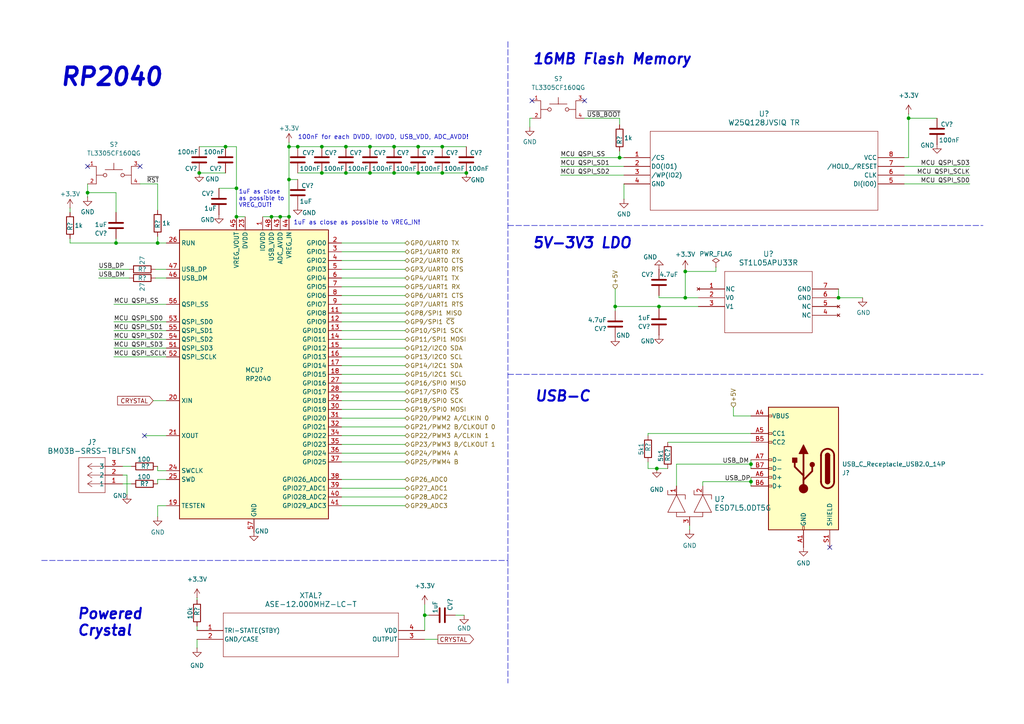
<source format=kicad_sch>
(kicad_sch (version 20231120) (generator "eeschema") (generator_version "8.0")
  (paper "A4")
  (lib_symbols
    (symbol "16MB Flash Memory:W25Q128JVSIQ_TR" (pin_names (offset 0.254))
      (property "Reference" "U" (at 40.64 12.7 0))
      (property "Value" "W25Q128JVSIQ TR" (at 40.64 10.16 0))
      (symbol "W25Q128JVSIQ_TR_0_1"
        (polyline (pts (xy 7.62 -15.24) (xy 73.66 -15.24)) (stroke (width 0.127)))
        (polyline (pts (xy 7.62 7.62) (xy 7.62 -15.24)) (stroke (width 0.127)))
        (polyline (pts (xy 73.66 -15.24) (xy 73.66 7.62)) (stroke (width 0.127)))
        (polyline (pts (xy 73.66 7.62) (xy 7.62 7.62)) (stroke (width 0.127)))
        (pin input line (at 0 0 0) (length 7.62) (name "/CS") (number "1"))
        (pin bidirectional line (at 0 -2.54 0) (length 7.62) (name "DO(IO1)") (number "2"))
        (pin bidirectional line (at 0 -5.08 0) (length 7.62) (name "/WP(IO2)") (number "3"))
        (pin passive line (at 0 -7.62 0) (length 7.62) (name "GND") (number "4"))
        (pin bidirectional line (at 81.28 -7.62 180) (length 7.62) (name "DI(IO0)") (number "5"))
        (pin input line (at 81.28 -5.08 180) (length 7.62) (name "CLK") (number "6"))
        (pin bidirectional line (at 81.28 -2.54 180) (length 7.62) (name "/HOLD_/RESET") (number "7"))
        (pin passive line (at 81.28 0 180) (length 7.62) (name "VCC") (number "8"))
      )
    )
    (symbol "Connector:USB_C_Receptacle_USB2.0_14P" (pin_names (offset 1.016))
      (property "Reference" "J" (at 0 22.225 0))
      (property "Value" "USB_C_Receptacle_USB2.0_14P" (at 0 19.685 0))
      (symbol "USB_C_Receptacle_USB2.0_14P_0_0"
        (rectangle (start -0.254 -17.78) (end 0.254 -16.764))
        (rectangle (start 10.16 -4.826) (end 9.144 -5.334))
        (rectangle (start 10.16 -2.286) (end 9.144 -2.794))
        (rectangle (start 10.16 0.254) (end 9.144 -0.254))
        (rectangle (start 10.16 2.794) (end 9.144 2.286))
        (rectangle (start 10.16 7.874) (end 9.144 7.366))
        (rectangle (start 10.16 10.414) (end 9.144 9.906))
        (rectangle (start 10.16 15.494) (end 9.144 14.986))
      )
      (symbol "USB_C_Receptacle_USB2.0_14P_0_1"
        (rectangle (start -10.16 17.78) (end 10.16 -17.78) (stroke (width 0.254)) (fill (type background)))
        (arc (start -8.89 -3.81) (mid -6.985 -5.7067) (end -5.08 -3.81) (stroke (width 0.508)))
        (arc (start -7.62 -3.81) (mid -6.985 -4.4423) (end -6.35 -3.81) (stroke (width 0.254)))
        (arc (start -7.62 -3.81) (mid -6.985 -4.4423) (end -6.35 -3.81) (stroke (width 0.254)) (fill (type outline)))
        (rectangle (start -7.62 -3.81) (end -6.35 3.81) (stroke (width 0.254)) (fill (type outline)))
        (arc (start -6.35 3.81) (mid -6.985 4.4423) (end -7.62 3.81) (stroke (width 0.254)))
        (arc (start -6.35 3.81) (mid -6.985 4.4423) (end -7.62 3.81) (stroke (width 0.254)) (fill (type outline)))
        (arc (start -5.08 3.81) (mid -6.985 5.7067) (end -8.89 3.81) (stroke (width 0.508)))
        (circle (center -2.54 1.143) (radius 0.635) (stroke (width 0.254)) (fill (type outline)))
        (circle (center 0 -5.842) (radius 1.27) (fill (type outline)))
        (polyline (pts (xy -8.89 -3.81) (xy -8.89 3.81)) (stroke (width 0.508)))
        (polyline (pts (xy -5.08 3.81) (xy -5.08 -3.81)) (stroke (width 0.508)))
        (polyline (pts (xy 0 -5.842) (xy 0 4.318)) (stroke (width 0.508)))
        (polyline (pts (xy 0 -3.302) (xy -2.54 -0.762) (xy -2.54 0.508)) (stroke (width 0.508)))
        (polyline (pts (xy 0 -2.032) (xy 2.54 0.508) (xy 2.54 1.778)) (stroke (width 0.508)))
        (polyline (pts (xy -1.27 4.318) (xy 0 6.858) (xy 1.27 4.318) (xy -1.27 4.318)) (stroke (width 0.254)) (fill (type outline)))
        (rectangle (start 1.905 1.778) (end 3.175 3.048) (stroke (width 0.254)) (fill (type outline)))
      )
      (symbol "USB_C_Receptacle_USB2.0_14P_1_1"
        (pin passive line (at 0 -22.86 90) (length 5.08) (name "GND") (number "A1"))
        (pin passive line (at 0 -22.86 90) (length 5.08) hide (name "GND") (number "A12"))
        (pin passive line (at 15.24 15.24 180) (length 5.08) (name "VBUS") (number "A4"))
        (pin bidirectional line (at 15.24 10.16 180) (length 5.08) (name "CC1") (number "A5"))
        (pin bidirectional line (at 15.24 -2.54 180) (length 5.08) (name "D+") (number "A6"))
        (pin bidirectional line (at 15.24 2.54 180) (length 5.08) (name "D-") (number "A7"))
        (pin passive line (at 15.24 15.24 180) (length 5.08) hide (name "VBUS") (number "A9"))
        (pin passive line (at 0 -22.86 90) (length 5.08) hide (name "GND") (number "B1"))
        (pin passive line (at 0 -22.86 90) (length 5.08) hide (name "GND") (number "B12"))
        (pin passive line (at 15.24 15.24 180) (length 5.08) hide (name "VBUS") (number "B4"))
        (pin bidirectional line (at 15.24 7.62 180) (length 5.08) (name "CC2") (number "B5"))
        (pin bidirectional line (at 15.24 -5.08 180) (length 5.08) (name "D+") (number "B6"))
        (pin bidirectional line (at 15.24 0 180) (length 5.08) (name "D-") (number "B7"))
        (pin passive line (at 15.24 15.24 180) (length 5.08) hide (name "VBUS") (number "B9"))
        (pin passive line (at -7.62 -22.86 90) (length 5.08) (name "SHIELD") (number "S1"))
      )
    )
    (symbol "Device:C" (pin_numbers hide) (pin_names (offset 0.254))
      (property "Reference" "C" (at 0.635 2.54 0))
      (property "Value" "C" (at 0.635 -2.54 0))
      (symbol "C_0_1"
        (polyline (pts (xy -2.032 -0.762) (xy 2.032 -0.762)) (stroke (width 0.508)))
        (polyline (pts (xy -2.032 0.762) (xy 2.032 0.762)) (stroke (width 0.508)))
      )
      (symbol "C_1_1"
        (pin passive line (at 0 3.81 270) (length 2.794) (name "~") (number "1"))
        (pin passive line (at 0 -3.81 90) (length 2.794) (name "~") (number "2"))
      )
    )
    (symbol "Device:R" (pin_numbers hide) (pin_names (offset 0))
      (property "Reference" "R" (at 2.032 0 90))
      (property "Value" "R" (at 0 0 90))
      (symbol "R_0_1"
        (rectangle (start -1.016 -2.54) (end 1.016 2.54) (stroke (width 0.254)))
      )
      (symbol "R_1_1"
        (pin passive line (at 0 3.81 270) (length 1.27) (name "~") (number "1"))
        (pin passive line (at 0 -3.81 90) (length 1.27) (name "~") (number "2"))
      )
    )
    (symbol "ESD Diodes:ESD7L5.0DT5G" (pin_names (offset 0.254))
      (property "Reference" "U" (at 6.35 15.24 0))
      (property "Value" "ESD7L5.0DT5G" (at 6.35 12.7 0))
      (symbol "ESD7L5.0DT5G_1_1"
        (polyline (pts (xy 2.54 8.89) (xy 0 8.89) (xy 0 10.16)))
        (polyline (pts (xy 2.54 8.89) (xy 5.08 8.89) (xy 5.08 7.62)))
        (polyline (pts (xy 10.16 8.89) (xy 7.62 8.89) (xy 7.62 10.16)))
        (polyline (pts (xy 10.16 8.89) (xy 12.7 8.89) (xy 12.7 7.62)))
        (polyline (pts (xy 2.54 3.81) (xy 2.54 2.54) (xy 10.16 2.54) (xy 10.16 3.81)))
        (polyline (pts (xy 5.08 3.81) (xy 0 3.81) (xy 2.54 8.89) (xy 5.08 3.81)))
        (polyline (pts (xy 12.7 3.81) (xy 7.62 3.81) (xy 10.16 8.89) (xy 12.7 3.81)))
        (pin passive line (at 2.54 11.43 270) (length 2.54) (name "") (number "1"))
        (pin passive line (at 10.16 11.43 270) (length 2.54) (name "") (number "2"))
        (pin passive line (at 6.35 0 90) (length 2.54) (name "") (number "3"))
      )
    )
    (symbol "LDO 5V 3V3:ST1L05APU33R" (pin_names (offset 0.254))
      (property "Reference" "U" (at 20.32 10.16 0))
      (property "Value" "ST1L05APU33R" (at 20.32 7.62 0))
      (symbol "ST1L05APU33R_0_1"
        (polyline (pts (xy 7.62 -12.7) (xy 33.02 -12.7)) (stroke (width 0.127)))
        (polyline (pts (xy 7.62 5.08) (xy 7.62 -12.7)) (stroke (width 0.127)))
        (polyline (pts (xy 33.02 -12.7) (xy 33.02 5.08)) (stroke (width 0.127)))
        (polyline (pts (xy 33.02 5.08) (xy 7.62 5.08)) (stroke (width 0.127)))
        (pin no_connect line (at 0 0 0) (length 7.62) (name "NC") (number "1"))
        (pin passive line (at 0 -2.54 0) (length 7.62) (name "V0") (number "2"))
        (pin passive line (at 0 -5.08 0) (length 7.62) (name "V1") (number "3"))
        (pin no_connect line (at 40.64 -7.62 180) (length 7.62) (name "NC") (number "4"))
        (pin no_connect line (at 40.64 -5.08 180) (length 7.62) (name "NC") (number "5"))
        (pin passive line (at 40.64 -2.54 180) (length 7.62) (name "GND") (number "6"))
        (pin passive line (at 40.64 0 180) (length 7.62) (name "GND") (number "7"))
      )
    )
    (symbol "MCU_RaspberryPi:RP2040"
      (property "Reference" "U" (at 17.78 45.72 0))
      (property "Value" "RP2040" (at 17.78 43.18 0))
      (symbol "RP2040_0_1"
        (rectangle (start -21.59 41.91) (end 21.59 -41.91) (stroke (width 0.254)) (fill (type background)))
      )
      (symbol "RP2040_1_1"
        (pin power_in line (at 2.54 45.72 270) (length 3.81) (name "IOVDD") (number "1"))
        (pin passive line (at 2.54 45.72 270) (length 3.81) hide (name "IOVDD") (number "10"))
        (pin bidirectional line (at 25.4 17.78 180) (length 3.81) (name "GPIO8") (number "11"))
        (pin bidirectional line (at 25.4 15.24 180) (length 3.81) (name "GPIO9") (number "12"))
        (pin bidirectional line (at 25.4 12.7 180) (length 3.81) (name "GPIO10") (number "13"))
        (pin bidirectional line (at 25.4 10.16 180) (length 3.81) (name "GPIO11") (number "14"))
        (pin bidirectional line (at 25.4 7.62 180) (length 3.81) (name "GPIO12") (number "15"))
        (pin bidirectional line (at 25.4 5.08 180) (length 3.81) (name "GPIO13") (number "16"))
        (pin bidirectional line (at 25.4 2.54 180) (length 3.81) (name "GPIO14") (number "17"))
        (pin bidirectional line (at 25.4 0 180) (length 3.81) (name "GPIO15") (number "18"))
        (pin input line (at -25.4 -38.1 0) (length 3.81) (name "TESTEN") (number "19"))
        (pin bidirectional line (at 25.4 38.1 180) (length 3.81) (name "GPIO0") (number "2"))
        (pin input line (at -25.4 -7.62 0) (length 3.81) (name "XIN") (number "20"))
        (pin passive line (at -25.4 -17.78 0) (length 3.81) (name "XOUT") (number "21"))
        (pin passive line (at 2.54 45.72 270) (length 3.81) hide (name "IOVDD") (number "22"))
        (pin power_in line (at -2.54 45.72 270) (length 3.81) (name "DVDD") (number "23"))
        (pin input line (at -25.4 -27.94 0) (length 3.81) (name "SWCLK") (number "24"))
        (pin bidirectional line (at -25.4 -30.48 0) (length 3.81) (name "SWD") (number "25"))
        (pin input line (at -25.4 38.1 0) (length 3.81) (name "RUN") (number "26"))
        (pin bidirectional line (at 25.4 -2.54 180) (length 3.81) (name "GPIO16") (number "27"))
        (pin bidirectional line (at 25.4 -5.08 180) (length 3.81) (name "GPIO17") (number "28"))
        (pin bidirectional line (at 25.4 -7.62 180) (length 3.81) (name "GPIO18") (number "29"))
        (pin bidirectional line (at 25.4 35.56 180) (length 3.81) (name "GPIO1") (number "3"))
        (pin bidirectional line (at 25.4 -10.16 180) (length 3.81) (name "GPIO19") (number "30"))
        (pin bidirectional line (at 25.4 -12.7 180) (length 3.81) (name "GPIO20") (number "31"))
        (pin bidirectional line (at 25.4 -15.24 180) (length 3.81) (name "GPIO21") (number "32"))
        (pin passive line (at 2.54 45.72 270) (length 3.81) hide (name "IOVDD") (number "33"))
        (pin bidirectional line (at 25.4 -17.78 180) (length 3.81) (name "GPIO22") (number "34"))
        (pin bidirectional line (at 25.4 -20.32 180) (length 3.81) (name "GPIO23") (number "35"))
        (pin bidirectional line (at 25.4 -22.86 180) (length 3.81) (name "GPIO24") (number "36"))
        (pin bidirectional line (at 25.4 -25.4 180) (length 3.81) (name "GPIO25") (number "37"))
        (pin bidirectional line (at 25.4 -30.48 180) (length 3.81) (name "GPIO26_ADC0") (number "38"))
        (pin bidirectional line (at 25.4 -33.02 180) (length 3.81) (name "GPIO27_ADC1") (number "39"))
        (pin bidirectional line (at 25.4 33.02 180) (length 3.81) (name "GPIO2") (number "4"))
        (pin bidirectional line (at 25.4 -35.56 180) (length 3.81) (name "GPIO28_ADC2") (number "40"))
        (pin bidirectional line (at 25.4 -38.1 180) (length 3.81) (name "GPIO29_ADC3") (number "41"))
        (pin passive line (at 2.54 45.72 270) (length 3.81) hide (name "IOVDD") (number "42"))
        (pin power_in line (at 7.62 45.72 270) (length 3.81) (name "ADC_AVDD") (number "43"))
        (pin power_in line (at 10.16 45.72 270) (length 3.81) (name "VREG_IN") (number "44"))
        (pin power_out line (at -5.08 45.72 270) (length 3.81) (name "VREG_VOUT") (number "45"))
        (pin bidirectional line (at -25.4 27.94 0) (length 3.81) (name "USB_DM") (number "46"))
        (pin bidirectional line (at -25.4 30.48 0) (length 3.81) (name "USB_DP") (number "47"))
        (pin power_in line (at 5.08 45.72 270) (length 3.81) (name "USB_VDD") (number "48"))
        (pin passive line (at 2.54 45.72 270) (length 3.81) hide (name "IOVDD") (number "49"))
        (pin bidirectional line (at 25.4 30.48 180) (length 3.81) (name "GPIO3") (number "5"))
        (pin passive line (at -2.54 45.72 270) (length 3.81) hide (name "DVDD") (number "50"))
        (pin bidirectional line (at -25.4 7.62 0) (length 3.81) (name "QSPI_SD3") (number "51"))
        (pin output line (at -25.4 5.08 0) (length 3.81) (name "QSPI_SCLK") (number "52"))
        (pin bidirectional line (at -25.4 15.24 0) (length 3.81) (name "QSPI_SD0") (number "53"))
        (pin bidirectional line (at -25.4 10.16 0) (length 3.81) (name "QSPI_SD2") (number "54"))
        (pin bidirectional line (at -25.4 12.7 0) (length 3.81) (name "QSPI_SD1") (number "55"))
        (pin bidirectional line (at -25.4 20.32 0) (length 3.81) (name "QSPI_SS") (number "56"))
        (pin power_in line (at 0 -45.72 90) (length 3.81) (name "GND") (number "57"))
        (pin bidirectional line (at 25.4 27.94 180) (length 3.81) (name "GPIO4") (number "6"))
        (pin bidirectional line (at 25.4 25.4 180) (length 3.81) (name "GPIO5") (number "7"))
        (pin bidirectional line (at 25.4 22.86 180) (length 3.81) (name "GPIO6") (number "8"))
        (pin bidirectional line (at 25.4 20.32 180) (length 3.81) (name "GPIO7") (number "9"))
      )
    )
    (symbol "Powered Crystal:ASE-12.000MHZ-LC-T" (pin_names (offset 0.254))
      (property "Reference" "XTAL" (at 33.02 10.16 0))
      (property "Value" "ASE-12.000MHZ-LC-T" (at 33.02 7.62 0))
      (symbol "ASE-12.000MHZ-LC-T_0_1"
        (polyline (pts (xy 7.62 -7.62) (xy 58.42 -7.62)) (stroke (width 0.127)))
        (polyline (pts (xy 7.62 5.08) (xy 7.62 -7.62)) (stroke (width 0.127)))
        (polyline (pts (xy 58.42 -7.62) (xy 58.42 5.08)) (stroke (width 0.127)))
        (polyline (pts (xy 58.42 5.08) (xy 7.62 5.08)) (stroke (width 0.127)))
        (pin passive line (at 0 0 0) (length 7.62) (name "TRI-STATE(STBY)") (number "1"))
        (pin passive line (at 0 -2.54 0) (length 7.62) (name "GND/CASE") (number "2"))
        (pin output line (at 66.04 -2.54 180) (length 7.62) (name "OUTPUT") (number "3"))
        (pin power_in line (at 66.04 0 180) (length 7.62) (name "VDD") (number "4"))
      )
    )
    (symbol "SWD Connector:BM03B-SRSS-TBLFSN" (pin_names (offset 0.254))
      (property "Reference" "J" (at 8.89 6.35 0))
      (property "Value" "BM03B-SRSS-TBLFSN" (at 0 0 0))
      (symbol "BM03B-SRSS-TBLFSN_1_1"
        (polyline (pts (xy 5.08 -7.62) (xy 12.7 -7.62)) (stroke (width 0.127)))
        (polyline (pts (xy 5.08 2.54) (xy 5.08 -7.62)) (stroke (width 0.127)))
        (polyline (pts (xy 10.16 -5.08) (xy 5.08 -5.08)) (stroke (width 0.127)))
        (polyline (pts (xy 10.16 -5.08) (xy 8.89 -5.9267)) (stroke (width 0.127)))
        (polyline (pts (xy 10.16 -5.08) (xy 8.89 -4.2333)) (stroke (width 0.127)))
        (polyline (pts (xy 10.16 -2.54) (xy 5.08 -2.54)) (stroke (width 0.127)))
        (polyline (pts (xy 10.16 -2.54) (xy 8.89 -3.3867)) (stroke (width 0.127)))
        (polyline (pts (xy 10.16 -2.54) (xy 8.89 -1.6933)) (stroke (width 0.127)))
        (polyline (pts (xy 10.16 0) (xy 5.08 0)) (stroke (width 0.127)))
        (polyline (pts (xy 10.16 0) (xy 8.89 -0.8467)) (stroke (width 0.127)))
        (polyline (pts (xy 10.16 0) (xy 8.89 0.8467)) (stroke (width 0.127)))
        (polyline (pts (xy 12.7 -7.62) (xy 12.7 2.54)) (stroke (width 0.127)))
        (polyline (pts (xy 12.7 2.54) (xy 5.08 2.54)) (stroke (width 0.127)))
        (pin passive line (at 0 0 0) (length 5.08) (name "1") (number "1"))
        (pin passive line (at 0 -2.54 0) (length 5.08) (name "2") (number "2"))
        (pin passive line (at 0 -5.08 0) (length 5.08) (name "3") (number "3"))
      )
      (symbol "BM03B-SRSS-TBLFSN_1_2"
        (polyline (pts (xy 5.08 -7.62) (xy 12.7 -7.62)) (stroke (width 0.127)))
        (polyline (pts (xy 5.08 2.54) (xy 5.08 -7.62)) (stroke (width 0.127)))
        (polyline (pts (xy 7.62 -5.08) (xy 5.08 -5.08)) (stroke (width 0.127)))
        (polyline (pts (xy 7.62 -5.08) (xy 8.89 -5.9267)) (stroke (width 0.127)))
        (polyline (pts (xy 7.62 -5.08) (xy 8.89 -4.2333)) (stroke (width 0.127)))
        (polyline (pts (xy 7.62 -2.54) (xy 5.08 -2.54)) (stroke (width 0.127)))
        (polyline (pts (xy 7.62 -2.54) (xy 8.89 -3.3867)) (stroke (width 0.127)))
        (polyline (pts (xy 7.62 -2.54) (xy 8.89 -1.6933)) (stroke (width 0.127)))
        (polyline (pts (xy 7.62 0) (xy 5.08 0)) (stroke (width 0.127)))
        (polyline (pts (xy 7.62 0) (xy 8.89 -0.8467)) (stroke (width 0.127)))
        (polyline (pts (xy 7.62 0) (xy 8.89 0.8467)) (stroke (width 0.127)))
        (polyline (pts (xy 12.7 -7.62) (xy 12.7 2.54)) (stroke (width 0.127)))
        (polyline (pts (xy 12.7 2.54) (xy 5.08 2.54)) (stroke (width 0.127)))
        (pin passive line (at 0 0 0) (length 5.08) (name "1") (number "1"))
        (pin passive line (at 0 -2.54 0) (length 5.08) (name "2") (number "2"))
        (pin passive line (at 0 -5.08 0) (length 5.08) (name "3") (number "3"))
      )
    )
    (symbol "TL3305CF160QG:TL3305CF160QG" (pin_names (offset 1.016))
      (property "Reference" "S" (at -5.08 5.08 0))
      (property "Value" "TL3305CF160QG" (at -5.08 -5.08 0))
      (symbol "TL3305CF160QG_0_0"
        (circle (center -2.54 0) (radius 0.508) (stroke (width 0.1524)))
        (polyline (pts (xy -5.08 0) (xy -3.048 0)) (stroke (width 0.1524)))
        (polyline (pts (xy -5.08 2.54) (xy -5.08 -2.54)) (stroke (width 0.1524)))
        (polyline (pts (xy -2.54 1.5875) (xy 0 1.5875)) (stroke (width 0.1524)))
        (polyline (pts (xy 0 1.5875) (xy 0 3.4925)) (stroke (width 0.1524)))
        (polyline (pts (xy 0 1.5875) (xy 2.54 1.5875)) (stroke (width 0.1524)))
        (polyline (pts (xy 5.08 0) (xy 3.048 0)) (stroke (width 0.1524)))
        (polyline (pts (xy 5.08 2.54) (xy 5.08 -2.54)) (stroke (width 0.1524)))
        (circle (center 2.54 0) (radius 0.508) (stroke (width 0.1524)))
        (pin passive line (at -7.62 2.54 0) (length 2.54) (name "~") (number "1"))
        (pin passive line (at -7.62 -2.54 0) (length 2.54) (name "~") (number "2"))
        (pin passive line (at 7.62 2.54 180) (length 2.54) (name "~") (number "3"))
        (pin passive line (at 7.62 -2.54 180) (length 2.54) (name "~") (number "4"))
      )
    )
    (symbol "power:+3.3V" (power) (pin_numbers hide) (pin_names (offset 0) hide)
      (property "Value" "+3.3V" (at 0 3.556 0))
      (symbol "+3.3V_0_1"
        (polyline (pts (xy -0.762 1.27) (xy 0 2.54)))
        (polyline (pts (xy 0 0) (xy 0 2.54)))
        (polyline (pts (xy 0 2.54) (xy 0.762 1.27)))
      )
      (symbol "+3.3V_1_1"
        (pin power_in line (at 0 0 90) (length 0) (name "~") (number "1"))
      )
    )
    (symbol "power:GND" (power) (pin_numbers hide) (pin_names (offset 0) hide)
      (property "Value" "GND" (at 0 -3.81 0))
      (symbol "GND_0_1"
        (polyline (pts (xy 0 0) (xy 0 -1.27) (xy 1.27 -1.27) (xy 0 -2.54) (xy -1.27 -1.27) (xy 0 -1.27)))
      )
      (symbol "GND_1_1"
        (pin power_in line (at 0 0 270) (length 0) (name "~") (number "1"))
      )
    )
    (symbol "power:PWR_FLAG" (power) (pin_numbers hide) (pin_names (offset 0) hide)
      (property "Value" "PWR_FLAG" (at 0 3.81 0))
      (symbol "PWR_FLAG_0_0"
        (pin power_out line (at 0 0 90) (length 0) (name "~") (number "1"))
      )
      (symbol "PWR_FLAG_0_1"
        (polyline (pts (xy 0 0) (xy 0 1.27) (xy -1.016 1.905) (xy 0 2.54) (xy 1.016 1.905) (xy 0 1.27)))
      )
    )
  )
  (junction (at 93.345 50.165))
  (junction (at 68.58 62.865))
  (junction (at 33.655 70.485))
  (junction (at 178.435 88.9))
  (junction (at 78.74 62.865))
  (junction (at 65.405 42.545))
  (junction (at 217.805 134.62))
  (junction (at 68.58 54.61))
  (junction (at 121.285 42.545))
  (junction (at 100.33 50.165))
  (junction (at 93.345 42.545))
  (junction (at 263.525 34.29))
  (junction (at 114.3 50.165))
  (junction (at 86.36 42.545))
  (junction (at 25.4 55.88))
  (junction (at 107.315 42.545))
  (junction (at 121.285 50.165))
  (junction (at 128.27 50.165))
  (junction (at 83.82 62.865))
  (junction (at 114.3 42.545))
  (junction (at 83.82 42.545))
  (junction (at 100.33 42.545))
  (junction (at 135.255 50.165))
  (junction (at 198.755 86.36))
  (junction (at 81.28 62.865))
  (junction (at 45.72 70.485))
  (junction (at 190.5 135.89))
  (junction (at 83.82 52.07))
  (junction (at 191.135 88.9))
  (junction (at 243.205 86.36))
  (junction (at 217.805 139.7))
  (junction (at 179.705 45.72))
  (junction (at 107.315 50.165))
  (junction (at 57.785 50.165))
  (junction (at 198.755 78.74))
  (junction (at 123.19 178.435))
  (junction (at 128.27 42.545))
  (no_connect (at 41.91 126.365))
  (no_connect (at 154.305 29.21))
  (no_connect (at 169.545 29.21))
  (no_connect (at 240.665 158.75))
  (no_connect (at 25.4 48.26))
  (no_connect (at 40.64 48.26))
  (wire (pts (xy 63.5 54.61) (xy 68.58 54.61)))
  (wire (pts (xy 99.06 98.425) (xy 117.475 98.425)))
  (wire (pts (xy 217.805 138.43) (xy 217.805 139.7)))
  (wire (pts (xy 25.4 55.88) (xy 25.4 57.15)))
  (wire (pts (xy 191.135 89.535) (xy 191.135 88.9)))
  (wire (pts (xy 262.255 50.8) (xy 281.305 50.8)))
  (wire (pts (xy 45.72 140.335) (xy 45.72 139.065)))
  (wire (pts (xy 262.255 45.72) (xy 263.525 45.72)))
  (wire (pts (xy 203.835 140.97) (xy 203.835 139.7)))
  (wire (pts (xy 207.645 78.74) (xy 207.645 77.47)))
  (wire (pts (xy 33.02 95.885) (xy 48.26 95.885)))
  (wire (pts (xy 83.82 41.275) (xy 83.82 42.545)))
  (wire (pts (xy 178.435 83.82) (xy 178.435 88.9)))
  (wire (pts (xy 107.315 42.545) (xy 100.33 42.545)))
  (wire (pts (xy 33.02 88.265) (xy 48.26 88.265)))
  (wire (pts (xy 99.06 113.665) (xy 117.475 113.665)))
  (wire (pts (xy 217.805 120.65) (xy 212.725 120.65)))
  (wire (pts (xy 93.345 50.165) (xy 100.33 50.165)))
  (wire (pts (xy 262.255 48.26) (xy 281.305 48.26)))
  (wire (pts (xy 45.085 78.105) (xy 48.26 78.105)))
  (wire (pts (xy 45.72 70.485) (xy 48.26 70.485)))
  (wire (pts (xy 76.2 62.865) (xy 78.74 62.865)))
  (wire (pts (xy 99.06 93.345) (xy 117.475 93.345)))
  (wire (pts (xy 100.33 50.165) (xy 107.315 50.165)))
  (wire (pts (xy 99.06 78.105) (xy 117.475 78.105)))
  (wire (pts (xy 217.805 125.73) (xy 187.96 125.73)))
  (wire (pts (xy 99.06 123.825) (xy 117.475 123.825)))
  (wire (pts (xy 20.32 60.325) (xy 20.32 61.595)))
  (wire (pts (xy 263.525 34.29) (xy 271.78 34.29)))
  (wire (pts (xy 243.205 83.82) (xy 243.205 86.36)))
  (wire (pts (xy 123.19 175.26) (xy 123.19 178.435)))
  (wire (pts (xy 41.91 126.365) (xy 48.26 126.365)))
  (wire (pts (xy 263.525 45.72) (xy 263.525 34.29)))
  (wire (pts (xy 57.15 185.42) (xy 57.15 187.96)))
  (wire (pts (xy 200.025 152.4) (xy 200.025 153.67)))
  (wire (pts (xy 99.06 83.185) (xy 117.475 83.185)))
  (wire (pts (xy 40.64 53.34) (xy 45.72 53.34)))
  (wire (pts (xy 180.975 50.8) (xy 162.56 50.8)))
  (wire (pts (xy 33.655 55.88) (xy 33.655 61.595)))
  (wire (pts (xy 153.67 34.29) (xy 153.67 36.83)))
  (wire (pts (xy 99.06 95.885) (xy 117.475 95.885)))
  (wire (pts (xy 99.06 126.365) (xy 117.475 126.365)))
  (wire (pts (xy 191.135 85.725) (xy 191.135 86.36)))
  (wire (pts (xy 121.285 50.165) (xy 128.27 50.165)))
  (wire (pts (xy 57.15 173.355) (xy 57.15 173.99)))
  (wire (pts (xy 33.655 70.485) (xy 33.655 69.215)))
  (wire (pts (xy 187.96 125.73) (xy 187.96 126.365)))
  (wire (pts (xy 114.3 42.545) (xy 107.315 42.545)))
  (polyline (pts (xy 147.32 162.56) (xy 147.32 198.12)) (stroke (width 0) (type dash)))
  (wire (pts (xy 179.705 34.29) (xy 169.545 34.29)))
  (wire (pts (xy 100.33 42.545) (xy 93.345 42.545)))
  (wire (pts (xy 25.4 53.34) (xy 25.4 55.88)))
  (wire (pts (xy 68.58 42.545) (xy 65.405 42.545)))
  (wire (pts (xy 36.83 137.795) (xy 36.83 143.51)))
  (wire (pts (xy 81.28 62.865) (xy 83.82 62.865)))
  (wire (pts (xy 178.435 88.9) (xy 191.135 88.9)))
  (wire (pts (xy 198.755 78.74) (xy 207.645 78.74)))
  (wire (pts (xy 93.345 42.545) (xy 86.36 42.545)))
  (wire (pts (xy 243.205 86.36) (xy 250.19 86.36)))
  (wire (pts (xy 83.82 52.07) (xy 83.82 62.865)))
  (wire (pts (xy 180.975 53.34) (xy 180.975 57.785)))
  (wire (pts (xy 45.72 136.525) (xy 45.72 135.255)))
  (wire (pts (xy 99.06 108.585) (xy 117.475 108.585)))
  (wire (pts (xy 123.19 178.435) (xy 124.46 178.435)))
  (wire (pts (xy 191.135 86.36) (xy 198.755 86.36)))
  (wire (pts (xy 180.975 48.26) (xy 162.56 48.26)))
  (wire (pts (xy 99.06 111.125) (xy 117.475 111.125)))
  (wire (pts (xy 78.74 62.865) (xy 81.28 62.865)))
  (wire (pts (xy 128.27 42.545) (xy 135.255 42.545)))
  (wire (pts (xy 178.435 88.9) (xy 178.435 90.17)))
  (wire (pts (xy 35.56 135.255) (xy 38.1 135.255)))
  (wire (pts (xy 68.58 54.61) (xy 68.58 42.545)))
  (wire (pts (xy 132.08 178.435) (xy 134.62 178.435)))
  (wire (pts (xy 45.085 80.645) (xy 48.26 80.645)))
  (wire (pts (xy 45.72 136.525) (xy 48.26 136.525)))
  (wire (pts (xy 33.655 70.485) (xy 20.32 70.485)))
  (wire (pts (xy 99.06 116.205) (xy 117.475 116.205)))
  (wire (pts (xy 99.06 118.745) (xy 117.475 118.745)))
  (wire (pts (xy 217.805 139.7) (xy 217.805 140.97)))
  (wire (pts (xy 57.15 181.61) (xy 57.15 182.88)))
  (wire (pts (xy 114.3 50.165) (xy 121.285 50.165)))
  (wire (pts (xy 107.315 50.165) (xy 114.3 50.165)))
  (wire (pts (xy 191.135 88.9) (xy 202.565 88.9)))
  (wire (pts (xy 83.82 52.07) (xy 86.36 52.07)))
  (wire (pts (xy 33.02 100.965) (xy 48.26 100.965)))
  (wire (pts (xy 57.785 50.165) (xy 65.405 50.165)))
  (wire (pts (xy 28.575 78.105) (xy 37.465 78.105)))
  (wire (pts (xy 28.575 80.645) (xy 37.465 80.645)))
  (wire (pts (xy 196.215 134.62) (xy 196.215 140.97)))
  (wire (pts (xy 68.58 62.865) (xy 71.12 62.865)))
  (wire (pts (xy 45.72 149.86) (xy 45.72 146.685)))
  (wire (pts (xy 99.06 131.445) (xy 117.475 131.445)))
  (wire (pts (xy 45.72 53.34) (xy 45.72 60.96)))
  (wire (pts (xy 217.805 134.62) (xy 217.805 135.89)))
  (wire (pts (xy 68.58 54.61) (xy 68.58 62.865)))
  (wire (pts (xy 179.705 36.195) (xy 179.705 34.29)))
  (wire (pts (xy 33.02 103.505) (xy 48.26 103.505)))
  (wire (pts (xy 99.06 88.265) (xy 117.475 88.265)))
  (wire (pts (xy 128.27 42.545) (xy 121.285 42.545)))
  (wire (pts (xy 198.755 78.74) (xy 198.755 86.36)))
  (wire (pts (xy 187.96 135.89) (xy 187.96 133.985)))
  (wire (pts (xy 121.285 42.545) (xy 114.3 42.545)))
  (wire (pts (xy 99.06 85.725) (xy 117.475 85.725)))
  (wire (pts (xy 20.32 70.485) (xy 20.32 69.215)))
  (wire (pts (xy 99.06 106.045) (xy 117.475 106.045)))
  (wire (pts (xy 212.725 120.65) (xy 212.725 118.11)))
  (wire (pts (xy 33.655 55.88) (xy 25.4 55.88)))
  (wire (pts (xy 99.06 128.905) (xy 117.475 128.905)))
  (wire (pts (xy 45.72 68.58) (xy 45.72 70.485)))
  (wire (pts (xy 33.02 93.345) (xy 48.26 93.345)))
  (wire (pts (xy 203.835 139.7) (xy 217.805 139.7)))
  (wire (pts (xy 123.19 185.42) (xy 127 185.42)))
  (wire (pts (xy 198.755 86.36) (xy 202.565 86.36)))
  (wire (pts (xy 162.56 45.72) (xy 179.705 45.72)))
  (wire (pts (xy 123.19 178.435) (xy 123.19 182.88)))
  (wire (pts (xy 154.305 34.29) (xy 153.67 34.29)))
  (wire (pts (xy 99.06 144.145) (xy 117.475 144.145)))
  (wire (pts (xy 99.06 73.025) (xy 117.475 73.025)))
  (wire (pts (xy 99.06 141.605) (xy 117.475 141.605)))
  (wire (pts (xy 33.655 70.485) (xy 45.72 70.485)))
  (wire (pts (xy 99.06 103.505) (xy 117.475 103.505)))
  (polyline (pts (xy 12.065 162.56) (xy 147.32 162.56)) (stroke (width 0) (type dash)))
  (wire (pts (xy 193.675 135.89) (xy 190.5 135.89)))
  (wire (pts (xy 262.255 53.34) (xy 281.305 53.34)))
  (wire (pts (xy 99.06 80.645) (xy 117.475 80.645)))
  (wire (pts (xy 99.06 133.985) (xy 117.475 133.985)))
  (wire (pts (xy 44.45 116.205) (xy 48.26 116.205)))
  (wire (pts (xy 217.805 133.35) (xy 217.805 134.62)))
  (wire (pts (xy 99.06 146.685) (xy 117.475 146.685)))
  (polyline (pts (xy 147.32 108.585) (xy 285.115 108.585)) (stroke (width 0) (type dash)))
  (wire (pts (xy 196.215 134.62) (xy 217.805 134.62)))
  (wire (pts (xy 198.755 78.105) (xy 198.755 78.74)))
  (wire (pts (xy 128.27 50.165) (xy 135.255 50.165)))
  (wire (pts (xy 99.06 121.285) (xy 117.475 121.285)))
  (wire (pts (xy 99.06 70.485) (xy 117.475 70.485)))
  (wire (pts (xy 45.72 146.685) (xy 48.26 146.685)))
  (wire (pts (xy 86.36 42.545) (xy 83.82 42.545)))
  (wire (pts (xy 99.06 100.965) (xy 117.475 100.965)))
  (wire (pts (xy 35.56 137.795) (xy 36.83 137.795)))
  (wire (pts (xy 179.705 43.815) (xy 179.705 45.72)))
  (wire (pts (xy 99.06 90.805) (xy 117.475 90.805)))
  (wire (pts (xy 190.5 135.89) (xy 187.96 135.89)))
  (wire (pts (xy 35.56 140.335) (xy 38.1 140.335)))
  (wire (pts (xy 86.36 50.165) (xy 93.345 50.165)))
  (wire (pts (xy 83.82 42.545) (xy 83.82 52.07)))
  (wire (pts (xy 193.675 128.27) (xy 217.805 128.27)))
  (wire (pts (xy 99.06 139.065) (xy 117.475 139.065)))
  (wire (pts (xy 33.02 98.425) (xy 48.26 98.425)))
  (polyline (pts (xy 147.32 65.405) (xy 285.115 65.405)) (stroke (width 0) (type dash)))
  (wire (pts (xy 179.705 45.72) (xy 180.975 45.72)))
  (wire (pts (xy 45.72 139.065) (xy 48.26 139.065)))
  (wire (pts (xy 263.525 34.29) (xy 263.525 33.02)))
  (wire (pts (xy 99.06 75.565) (xy 117.475 75.565)))
  (polyline (pts (xy 147.32 12.065) (xy 147.32 162.56)) (stroke (width 0) (type dash)))
  (wire (pts (xy 57.785 42.545) (xy 65.405 42.545)))
  (text "USB-C" (at 154.94 116.84 0) (effects (font (size 3 3) (bold yes) (italic yes)) (justify left bottom)))
  (text "Powered\nCrystal" (at 22.225 184.785 0) (effects (font (size 3 3) (bold yes) (italic yes)) (justify left bottom)))
  (text "1uF as close as possible to VREG_IN!" (at 85.09 65.405 0) (effects (font (size 1.27 1.27)) (justify left bottom)))
  (text "5V-3V3 LDO" (at 154.305 72.39 0) (effects (font (size 3 3) (bold yes) (italic yes)) (justify left bottom)))
  (text "1uF as close \nas possible to \nVREG_OUT!" (at 69.215 60.325 0) (effects (font (size 1.2 1.2)) (justify left bottom)))
  (text "RP2040" (at 17.145 25.4 0) (effects (font (size 5 5) (thickness 1) (bold yes) (italic yes)) (justify left bottom)))
  (text "16MB Flash Memory" (at 154.305 19.05 0) (effects (font (size 3 3) (bold yes) (italic yes)) (justify left bottom)))
  (text "100nF for each DVDD, IOVDD, USB_VDD, ADC_AVDD!" (at 86.36 40.64 0) (effects (font (size 1.27 1.27)) (justify left bottom)))
  (label "MCU QSPI_SD1" (at 162.56 48.26 0))
  (label "MCU QSPI_SCLK" (at 281.305 50.8 180))
  (label "MCU QSPI_SS" (at 33.02 88.265 0))
  (label "USB_DP" (at 28.575 78.105 0))
  (label "MCU QSPI_SD0" (at 33.02 93.345 0))
  (label "MCU QSPI_SD2" (at 33.02 98.425 0))
  (label "MCU QSPI_SD2" (at 162.56 50.8 0))
  (label "MCU QSPI_SD3" (at 281.305 48.26 180))
  (label "USB_DP" (at 210.185 139.7 0))
  (label "MCU QSPI_SD1" (at 33.02 95.885 0))
  (label "~{USB_BOOT}" (at 170.18 34.29 0))
  (label "USB_DM" (at 28.575 80.645 0))
  (label "MCU QSPI_SD0" (at 281.305 53.34 180))
  (label "MCU QSPI_SD3" (at 33.02 100.965 0))
  (label "MCU QSPI_SS" (at 162.56 45.72 0))
  (label "~{RST}" (at 42.545 53.34 0))
  (label "USB_DM" (at 209.55 134.62 0))
  (label "MCU QSPI_SCLK" (at 33.02 103.505 0))
  (global_label "CRYSTAL" (shape input) (at 44.45 116.205 180) (property "Intersheetrefs" "${INTERSHEET_REFS}" (effects (hide yes))))
  (global_label "CRYSTAL" (shape output) (at 127 185.42 0) (property "Intersheetrefs" "${INTERSHEET_REFS}" (effects (hide yes))))
  (hierarchical_label "GP3{slash}UART0 RTS" (shape bidirectional) (at 117.475 78.105 0))
  (hierarchical_label "GP13{slash}I2C0 SCL" (shape bidirectional) (at 117.475 103.505 0))
  (hierarchical_label "GP28_ADC2" (shape bidirectional) (at 117.475 144.145 0))
  (hierarchical_label "GP21{slash}PWM2 B{slash}CLKOUT 0" (shape bidirectional) (at 117.475 123.825 0))
  (hierarchical_label "GP11{slash}SPI1 MOSI" (shape bidirectional) (at 117.475 98.425 0))
  (hierarchical_label "GP27_ADC1" (shape bidirectional) (at 117.475 141.605 0))
  (hierarchical_label "GP24{slash}PWM4 A" (shape bidirectional) (at 117.475 131.445 0))
  (hierarchical_label "GP20{slash}PWM2 A{slash}CLKIN 0" (shape bidirectional) (at 117.475 121.285 0))
  (hierarchical_label "GP12{slash}I2C0 SDA" (shape bidirectional) (at 117.475 100.965 0))
  (hierarchical_label "GP17{slash}SPI0 ~{CS}" (shape bidirectional) (at 117.475 113.665 0))
  (hierarchical_label "GP9{slash}SPI1 ~{CS}" (shape bidirectional) (at 117.475 93.345 0))
  (hierarchical_label "GP6{slash}UART1 CTS" (shape bidirectional) (at 117.475 85.725 0))
  (hierarchical_label "GP23{slash}PWM3 B{slash}CLKOUT 1" (shape bidirectional) (at 117.475 128.905 0))
  (hierarchical_label "GP2{slash}UART0 CTS" (shape bidirectional) (at 117.475 75.565 0))
  (hierarchical_label "GP16{slash}SPI0 MISO" (shape bidirectional) (at 117.475 111.125 0))
  (hierarchical_label "GP15{slash}I2C1 SCL" (shape bidirectional) (at 117.475 108.585 0))
  (hierarchical_label "GP4{slash}UART1 TX" (shape bidirectional) (at 117.475 80.645 0))
  (hierarchical_label "GP26_ADC0" (shape bidirectional) (at 117.475 139.065 0))
  (hierarchical_label "GP7{slash}UART1 RTS" (shape bidirectional) (at 117.475 88.265 0))
  (hierarchical_label "GP5{slash}UART1 RX" (shape bidirectional) (at 117.475 83.185 0))
  (hierarchical_label "GP29_ADC3" (shape bidirectional) (at 117.475 146.685 0))
  (hierarchical_label "+5V" (shape input) (at 178.435 83.82 90))
  (hierarchical_label "GP18{slash}SPI0 SCK" (shape bidirectional) (at 117.475 116.205 0))
  (hierarchical_label "GP10{slash}SPI1 SCK" (shape bidirectional) (at 117.475 95.885 0))
  (hierarchical_label "GP14{slash}I2C1 SDA" (shape bidirectional) (at 117.475 106.045 0))
  (hierarchical_label "GP19{slash}SPI0 MOSI" (shape bidirectional) (at 117.475 118.745 0))
  (hierarchical_label "+5V" (shape input) (at 212.725 118.11 90))
  (hierarchical_label "GP8{slash}SPI1 MISO" (shape bidirectional) (at 117.475 90.805 0))
  (hierarchical_label "GP1{slash}UART0 RX" (shape bidirectional) (at 117.475 73.025 0))
  (hierarchical_label "GP0{slash}UART0 TX" (shape bidirectional) (at 117.475 70.485 0))
  (hierarchical_label "GP22{slash}PWM3 A{slash}CLKIN 1" (shape bidirectional) (at 117.475 126.365 0))
  (hierarchical_label "GP25{slash}PWM4 B" (shape bidirectional) (at 117.475 133.985 0))
  (symbol (lib_id "Device:C") (at 191.135 81.915 0) (mirror y) (unit 1)
    (property "Reference" "CV?" (at 189.611 79.629 0) (effects (justify left)))
    (property "Value" "4.7uF" (at 196.723 79.629 0) (effects (justify left)))
    (property "Footprint" "Capacitor_SMD:C_0201_0603Metric" (effects (hide yes)))
    (property "Description" "Unpolarized capacitor" (effects (hide yes)))
  )
  (symbol (lib_id "power:GND") (at 180.975 57.785 0) (unit 1)
    (property "Reference" "#PWR?" (effects (hide yes)))
    (property "Value" "GND" (at 180.975 62.103 0))
    (property "Description" "Power symbol creates a global label with name \"GND\" , ground" (effects (hide yes)))
  )
  (symbol (lib_id "power:GND") (at 191.135 78.105 0) (mirror x) (unit 1)
    (property "Reference" "#PWR?" (effects (hide yes)))
    (property "Value" "GND" (at 188.595 74.549 0))
    (property "Description" "Power symbol creates a global label with name \"GND\" , ground" (effects (hide yes)))
  )
  (symbol (lib_id "power:GND") (at 200.025 153.67 0) (mirror y) (unit 1)
    (property "Reference" "#PWR?" (effects (hide yes)))
    (property "Value" "GND" (at 200.025 158.242 0))
    (property "Description" "Power symbol creates a global label with name \"GND\" , ground" (effects (hide yes)))
  )
  (symbol (lib_id "power:GND") (at 178.435 97.79 0) (unit 1)
    (property "Reference" "#PWR?" (effects (hide yes)))
    (property "Value" "GND" (at 180.721 97.282 0))
    (property "Description" "Power symbol creates a global label with name \"GND\" , ground" (effects (hide yes)))
  )
  (symbol (lib_id "Device:R") (at 187.96 130.175 0) (mirror x) (unit 1)
    (property "Reference" "R?" (at 187.96 128.397 90) (effects (justify left)))
    (property "Value" "5k1" (at 185.928 128.397 90) (effects (justify left)))
    (property "Footprint" "Resistor_SMD:R_0201_0603Metric" (effects (hide yes)))
    (property "Description" "Resistor" (effects (hide yes)))
  )
  (symbol (lib_id "LDO 5V 3V3:ST1L05APU33R") (at 202.565 83.82 0) (unit 1)
    (property "Reference" "U?" (at 222.885 73.66 0) (effects (font (size 1.524 1.524))))
    (property "Value" "ST1L05APU33R" (at 222.885 76.2 0) (effects (font (size 1.524 1.524))))
    (property "Footprint" "DFN_5APU33R_STM" (effects (hide yes)))
    (property "Datasheet" "ST1L05APU33R" (effects (hide yes)))
  )
  (symbol (lib_id "Device:C") (at 191.135 93.345 180) (unit 1)
    (property "Reference" "CV?" (at 188.6712 94.7166 0) (effects (justify left)))
    (property "Value" "1uF" (at 188.6712 92.1766 0) (effects (justify left)))
    (property "Footprint" "Capacitor_SMD:C_0201_0603Metric" (effects (hide yes)))
    (property "Description" "Unpolarized capacitor" (effects (hide yes)))
  )
  (symbol (lib_id "power:+3.3V") (at 198.755 78.105 0) (unit 1)
    (property "Reference" "#PWR?" (effects (hide yes)))
    (property "Value" "+3.3V" (at 198.755 73.787 0))
    (property "Description" "Power symbol creates a global label with name \"+3.3V\"" (effects (hide yes)))
  )
  (symbol (lib_id "Device:R") (at 41.275 78.105 90) (unit 1)
    (property "Reference" "R?" (at 42.545 78.105 90) (effects (justify left)))
    (property "Value" "27" (at 41.275 76.835 0) (effects (justify left)))
    (property "Footprint" "Resistor_SMD:R_0201_0603Metric" (effects (hide yes)))
    (property "Description" "Resistor" (effects (hide yes)))
  )
  (symbol (lib_id "Powered Crystal:ASE-12.000MHZ-LC-T") (at 57.15 182.88 0) (unit 1)
    (property "Reference" "XTAL?" (at 90.17 172.72 0) (effects (font (size 1.524 1.524))))
    (property "Value" "ASE-12.000MHZ-LC-T" (at 90.17 175.26 0) (effects (font (size 1.524 1.524))))
    (property "Footprint" "ASE-3.2X2.5_ABR" (effects (hide yes)))
    (property "Datasheet" "ASE-12.000MHZ-LC-T" (effects (hide yes)))
  )
  (symbol (lib_id "Device:R") (at 41.91 140.335 90) (mirror x) (unit 1)
    (property "Reference" "R?" (at 43.18 140.335 90) (effects (justify left)))
    (property "Value" "100" (at 43.688 138.303 90) (effects (justify left)))
    (property "Footprint" "Resistor_SMD:R_0201_0603Metric" (effects (hide yes)))
    (property "Description" "Resistor" (effects (hide yes)))
  )
  (symbol (lib_id "Device:C") (at 135.255 46.355 0) (unit 1)
    (property "Reference" "CV?" (at 136.271 44.323 0) (effects (justify left)))
    (property "Value" "100nF" (at 135.763 48.895 0) (effects (justify left)))
    (property "Footprint" "Capacitor_SMD:C_0201_0603Metric" (effects (hide yes)))
    (property "Description" "Unpolarized capacitor" (effects (hide yes)))
  )
  (symbol (lib_id "Device:C") (at 63.5 58.42 0) (unit 1)
    (property "Reference" "CV?" (at 58.42 56.134 0) (effects (justify left)))
    (property "Value" "1uF" (at 59.182 60.452 0) (effects (justify left)))
    (property "Footprint" "Capacitor_SMD:C_0201_0603Metric" (effects (hide yes)))
    (property "Description" "Unpolarized capacitor" (effects (hide yes)))
  )
  (symbol (lib_id "Device:R") (at 179.705 40.005 0) (unit 1)
    (property "Reference" "R?" (at 179.705 41.91 90) (effects (justify left)))
    (property "Value" "1k" (at 180.975 40.005 0) (effects (justify left)))
    (property "Footprint" "Resistor_SMD:R_0201_0603Metric" (effects (hide yes)))
    (property "Description" "Resistor" (effects (hide yes)))
  )
  (symbol (lib_id "TL3305CF160QG:TL3305CF160QG") (at 161.925 31.75 0) (unit 1)
    (property "Reference" "S?" (at 161.925 22.86 0))
    (property "Value" "TL3305CF160QG" (at 161.925 25.4 0))
    (property "Footprint" "TL3305CF160QG:SW_TL3305CF160QG" (effects (hide yes)))
    (property "MF" "E-Switch" (effects (hide yes)))
    (property "MAXIMUM_PACKAGE_HEIGHT" "5 mm" (effects (hide yes)))
    (property "Package" "None" (effects (hide yes)))
    (property "Price" "None" (effects (hide yes)))
    (property "Check_prices" "https://www.snapeda.com/parts/TL3305CF160QG/E-Switch/view-part/?ref=eda" (effects (hide yes)))
    (property "STANDARD" "Manufacturer Recommendations" (effects (hide yes)))
    (property "PARTREV" "C" (effects (hide yes)))
    (property "SnapEDA_Link" "https://www.snapeda.com/parts/TL3305CF160QG/E-Switch/view-part/?ref=snap" (effects (hide yes)))
    (property "MP" "TL3305CF160QG" (effects (hide yes)))
    (property "Description_1" "\n                        \n                            SWITCH TACTILE SPST-NO 50MA 12V\n                        \n" (effects (hide yes)))
    (property "MANUFACTURER" "E-Switch" (effects (hide yes)))
    (property "Availability" "In Stock" (effects (hide yes)))
    (property "SNAPEDA_PN" "TL3305BF260QG" (effects (hide yes)))
  )
  (symbol (lib_id "Device:C") (at 128.27 46.355 0) (unit 1)
    (property "Reference" "CV?" (at 129.286 44.323 0) (effects (justify left)))
    (property "Value" "100nF" (at 128.778 48.895 0) (effects (justify left)))
    (property "Footprint" "Capacitor_SMD:C_0201_0603Metric" (effects (hide yes)))
    (property "Description" "Unpolarized capacitor" (effects (hide yes)))
  )
  (symbol (lib_id "16MB Flash Memory:W25Q128JVSIQ_TR") (at 180.975 45.72 0) (unit 1)
    (property "Reference" "U?" (at 221.615 33.02 0) (effects (font (size 1.524 1.524))))
    (property "Value" "W25Q128JVSIQ TR" (at 221.615 35.56 0) (effects (font (size 1.524 1.524))))
    (property "Footprint" "SOIC_208MIL_WIN" (effects (hide yes)))
    (property "Datasheet" "W25Q128JVSIQ TR" (effects (hide yes)))
  )
  (symbol (lib_id "power:GND") (at 190.5 135.89 0) (mirror y) (unit 1)
    (property "Reference" "#PWR?" (effects (hide yes)))
    (property "Value" "GND" (at 190.5 141.986 0))
    (property "Description" "Power symbol creates a global label with name \"GND\" , ground" (effects (hide yes)))
  )
  (symbol (lib_id "power:GND") (at 36.83 143.51 0) (unit 1)
    (property "Reference" "#PWR?" (effects (hide yes)))
    (property "Value" "GND" (at 34.798 143.764 0))
    (property "Description" "Power symbol creates a global label with name \"GND\" , ground" (effects (hide yes)))
  )
  (symbol (lib_id "Device:R") (at 41.91 135.255 90) (mirror x) (unit 1)
    (property "Reference" "R?" (at 43.434 135.255 90) (effects (justify left)))
    (property "Value" "100" (at 43.688 133.223 90) (effects (justify left)))
    (property "Footprint" "Resistor_SMD:R_0201_0603Metric" (effects (hide yes)))
    (property "Description" "Resistor" (effects (hide yes)))
  )
  (symbol (lib_id "power:GND") (at 135.255 50.165 0) (unit 1)
    (property "Reference" "#PWR?" (effects (hide yes)))
    (property "Value" "GND" (at 138.557 52.197 0))
    (property "Description" "Power symbol creates a global label with name \"GND\" , ground" (effects (hide yes)))
  )
  (symbol (lib_id "Device:C") (at 107.315 46.355 0) (unit 1)
    (property "Reference" "CV?" (at 108.331 44.323 0) (effects (justify left)))
    (property "Value" "100nF" (at 107.823 48.895 0) (effects (justify left)))
    (property "Footprint" "Capacitor_SMD:C_0201_0603Metric" (effects (hide yes)))
    (property "Description" "Unpolarized capacitor" (effects (hide yes)))
  )
  (symbol (lib_id "Device:C") (at 100.33 46.355 0) (unit 1)
    (property "Reference" "CV?" (at 101.346 44.323 0) (effects (justify left)))
    (property "Value" "100nF" (at 100.838 48.895 0) (effects (justify left)))
    (property "Footprint" "Capacitor_SMD:C_0201_0603Metric" (effects (hide yes)))
    (property "Description" "Unpolarized capacitor" (effects (hide yes)))
  )
  (symbol (lib_id "Device:R") (at 45.72 64.77 0) (unit 1)
    (property "Reference" "R?" (at 45.72 66.294 90) (effects (justify left)))
    (property "Value" "1k" (at 46.99 64.77 0) (effects (justify left)))
    (property "Footprint" "Resistor_SMD:R_0201_0603Metric" (effects (hide yes)))
    (property "Description" "Resistor" (effects (hide yes)))
  )
  (symbol (lib_id "power:+3.3V") (at 57.15 173.355 0) (unit 1)
    (property "Reference" "#PWR?" (effects (hide yes)))
    (property "Value" "+3.3V" (at 57.15 168.021 0))
    (property "Description" "Power symbol creates a global label with name \"+3.3V\"" (effects (hide yes)))
  )
  (symbol (lib_id "power:GND") (at 86.36 59.69 0) (unit 1)
    (property "Reference" "#PWR?" (effects (hide yes)))
    (property "Value" "GND" (at 89.662 61.722 0))
    (property "Description" "Power symbol creates a global label with name \"GND\" , ground" (effects (hide yes)))
  )
  (symbol (lib_id "power:GND") (at 250.19 86.36 0) (unit 1)
    (property "Reference" "#PWR?" (effects (hide yes)))
    (property "Value" "GND" (at 250.444 90.678 0))
    (property "Description" "Power symbol creates a global label with name \"GND\" , ground" (effects (hide yes)))
  )
  (symbol (lib_id "ESD Diodes:ESD7L5.0DT5G") (at 193.675 152.4 0) (unit 1)
    (property "Reference" "U?" (at 207.137 144.7799 0) (effects (font (size 1.524 1.524)) (justify left)))
    (property "Value" "ESD7L5.0DT5G" (at 207.137 147.3199 0) (effects (font (size 1.524 1.524)) (justify left)))
    (property "Footprint" "SOT-723_0P85X1P25_ONS" (effects (hide yes)))
    (property "Datasheet" "ESD7L5.0DT5G" (effects (hide yes)))
  )
  (symbol (lib_id "power:GND") (at 153.67 36.83 0) (unit 1)
    (property "Reference" "#PWR?" (effects (hide yes)))
    (property "Value" "GND" (at 153.67 41.148 0))
    (property "Description" "Power symbol creates a global label with name \"GND\" , ground" (effects (hide yes)))
  )
  (symbol (lib_id "MCU_RaspberryPi:RP2040") (at 73.66 108.585 0) (unit 1)
    (property "Reference" "MCU?" (at 71.12 107.315 0) (effects (justify left)))
    (property "Value" "RP2040" (at 71.12 109.855 0) (effects (justify left)))
    (property "Footprint" "Package_DFN_QFN:QFN-56-1EP_7x7mm_P0.4mm_EP3.2x3.2mm" (effects (hide yes)))
    (property "Datasheet" "https://datasheets.raspberrypi.com/rp2040/rp2040-datasheet.pdf" (effects (hide yes)))
    (property "Description" "A microcontroller by Raspberry Pi" (effects (hide yes)))
  )
  (symbol (lib_id "Device:C") (at 33.655 65.405 180) (unit 1)
    (property "Reference" "CV?" (at 31.115 67.691 0) (effects (justify left)))
    (property "Value" "1uF" (at 31.115 65.151 0) (effects (justify left)))
    (property "Footprint" "Capacitor_SMD:C_0201_0603Metric" (effects (hide yes)))
    (property "Description" "Unpolarized capacitor" (effects (hide yes)))
  )
  (symbol (lib_id "Device:C") (at 65.405 46.355 180) (unit 1)
    (property "Reference" "CV?" (at 64.389 48.895 0) (effects (justify left)))
    (property "Value" "100nF" (at 65.151 44.069 0) (effects (justify left)))
    (property "Footprint" "Capacitor_SMD:C_0201_0603Metric" (effects (hide yes)))
    (property "Description" "Unpolarized capacitor" (effects (hide yes)))
  )
  (symbol (lib_id "power:GND") (at 233.045 158.75 0) (mirror y) (unit 1)
    (property "Reference" "#PWR?" (effects (hide yes)))
    (property "Value" "GND" (at 233.045 163.322 0))
    (property "Description" "Power symbol creates a global label with name \"GND\" , ground" (effects (hide yes)))
  )
  (symbol (lib_id "Device:C") (at 86.36 55.88 0) (unit 1)
    (property "Reference" "CV?" (at 87.376 53.848 0) (effects (justify left)))
    (property "Value" "1uF" (at 86.868 58.42 0) (effects (justify left)))
    (property "Footprint" "Capacitor_SMD:C_0201_0603Metric" (effects (hide yes)))
    (property "Description" "Unpolarized capacitor" (effects (hide yes)))
  )
  (symbol (lib_id "Device:R") (at 193.675 132.08 0) (mirror x) (unit 1)
    (property "Reference" "RC?" (at 193.675 130.048 90) (effects (justify left)))
    (property "Value" "5k1" (at 191.643 130.302 90) (effects (justify left)))
    (property "Footprint" "Resistor_SMD:R_0201_0603Metric" (effects (hide yes)))
    (property "Description" "Resistor" (effects (hide yes)))
  )
  (symbol (lib_id "Device:C") (at 128.27 178.435 90) (unit 1)
    (property "Reference" "CV?" (at 130.556 177.165 0) (effects (justify left)))
    (property "Value" "1uF" (at 126.238 177.927 0) (effects (justify left)))
    (property "Footprint" "Capacitor_SMD:C_0201_0603Metric" (effects (hide yes)))
    (property "Description" "Unpolarized capacitor" (effects (hide yes)))
  )
  (symbol (lib_id "power:GND") (at 271.78 41.91 0) (unit 1)
    (property "Reference" "#PWR?" (effects (hide yes)))
    (property "Value" "GND" (at 268.986 42.164 0))
    (property "Description" "Power symbol creates a global label with name \"GND\" , ground" (effects (hide yes)))
  )
  (symbol (lib_id "power:GND") (at 57.15 187.96 0) (unit 1)
    (property "Reference" "#PWR?" (effects (hide yes)))
    (property "Value" "GND" (at 57.15 193.04 0))
    (property "Description" "Power symbol creates a global label with name \"GND\" , ground" (effects (hide yes)))
  )
  (symbol (lib_id "Device:C") (at 57.785 46.355 180) (unit 1)
    (property "Reference" "CV?" (at 57.277 48.895 0) (effects (justify left)))
    (property "Value" "100nF" (at 57.531 44.069 0) (effects (justify left)))
    (property "Footprint" "Capacitor_SMD:C_0201_0603Metric" (effects (hide yes)))
    (property "Description" "Unpolarized capacitor" (effects (hide yes)))
  )
  (symbol (lib_id "Device:C") (at 271.78 38.1 0) (unit 1)
    (property "Reference" "CV?" (at 272.796 36.068 0) (effects (justify left)))
    (property "Value" "100nF" (at 272.288 40.64 0) (effects (justify left)))
    (property "Footprint" "Capacitor_SMD:C_0201_0603Metric" (effects (hide yes)))
    (property "Description" "Unpolarized capacitor" (effects (hide yes)))
  )
  (symbol (lib_id "power:+3.3V") (at 83.82 41.275 0) (unit 1)
    (property "Reference" "#PWR?" (effects (hide yes)))
    (property "Value" "+3.3V" (at 83.82 37.211 0))
    (property "Description" "Power symbol creates a global label with name \"+3.3V\"" (effects (hide yes)))
  )
  (symbol (lib_id "Device:C") (at 93.345 46.355 0) (unit 1)
    (property "Reference" "CV?" (at 94.107 44.323 0) (effects (justify left)))
    (property "Value" "100nF" (at 93.853 48.895 0) (effects (justify left)))
    (property "Footprint" "Capacitor_SMD:C_0201_0603Metric" (effects (hide yes)))
    (property "Description" "Unpolarized capacitor" (effects (hide yes)))
  )
  (symbol (lib_id "Connector:USB_C_Receptacle_USB2.0_14P") (at 233.045 135.89 0) (mirror y) (unit 1)
    (property "Reference" "J?" (at 244.221 137.1601 0) (effects (justify right)))
    (property "Value" "USB_C_Receptacle_USB2.0_14P" (at 244.221 134.6201 0) (effects (justify right)))
    (property "Datasheet" "https://www.usb.org/sites/default/files/documents/usb_type-c.zip" (effects (hide yes)))
    (property "Description" "USB 2.0-only 14P Type-C Receptacle connector" (effects (hide yes)))
  )
  (symbol (lib_id "Device:C") (at 86.36 46.355 0) (unit 1)
    (property "Reference" "CV?" (at 87.63 44.323 0) (effects (justify left)))
    (property "Value" "100nF" (at 86.868 48.895 0) (effects (justify left)))
    (property "Footprint" "Capacitor_SMD:C_0201_0603Metric" (effects (hide yes)))
    (property "Description" "Unpolarized capacitor" (effects (hide yes)))
  )
  (symbol (lib_id "Device:R") (at 57.15 177.8 0) (mirror x) (unit 1)
    (property "Reference" "R?" (at 57.15 176.022 90) (effects (justify left)))
    (property "Value" "10k" (at 55.118 176.022 90) (effects (justify left)))
    (property "Footprint" "Resistor_SMD:R_0201_0603Metric" (effects (hide yes)))
    (property "Description" "Resistor" (effects (hide yes)))
  )
  (symbol (lib_id "power:+3.3V") (at 123.19 175.26 0) (unit 1)
    (property "Reference" "#PWR?" (effects (hide yes)))
    (property "Value" "+3.3V" (at 123.19 169.926 0))
    (property "Description" "Power symbol creates a global label with name \"+3.3V\"" (effects (hide yes)))
  )
  (symbol (lib_id "Device:C") (at 121.285 46.355 0) (unit 1)
    (property "Reference" "CV?" (at 122.301 44.323 0) (effects (justify left)))
    (property "Value" "100nF" (at 121.793 48.895 0) (effects (justify left)))
    (property "Footprint" "Capacitor_SMD:C_0201_0603Metric" (effects (hide yes)))
    (property "Description" "Unpolarized capacitor" (effects (hide yes)))
  )
  (symbol (lib_id "Device:R") (at 41.275 80.645 90) (mirror x) (unit 1)
    (property "Reference" "R?" (at 42.545 80.645 90) (effects (justify left)))
    (property "Value" "27" (at 41.275 81.915 0) (effects (justify left)))
    (property "Footprint" "Resistor_SMD:R_0201_0603Metric" (effects (hide yes)))
    (property "Description" "Resistor" (effects (hide yes)))
  )
  (symbol (lib_id "power:GND") (at 63.5 62.23 0) (unit 1)
    (property "Reference" "#PWR?" (effects (hide yes)))
    (property "Value" "GND" (at 60.198 63.754 0))
    (property "Description" "Power symbol creates a global label with name \"GND\" , ground" (effects (hide yes)))
  )
  (symbol (lib_id "Device:C") (at 114.3 46.355 0) (unit 1)
    (property "Reference" "CV?" (at 115.062 44.323 0) (effects (justify left)))
    (property "Value" "100nF" (at 114.808 48.895 0) (effects (justify left)))
    (property "Footprint" "Capacitor_SMD:C_0201_0603Metric" (effects (hide yes)))
    (property "Description" "Unpolarized capacitor" (effects (hide yes)))
  )
  (symbol (lib_id "power:GND") (at 191.135 97.155 0) (unit 1)
    (property "Reference" "#PWR?" (effects (hide yes)))
    (property "Value" "GND" (at 187.833 98.933 0))
    (property "Description" "Power symbol creates a global label with name \"GND\" , ground" (effects (hide yes)))
  )
  (symbol (lib_id "SWD Connector:BM03B-SRSS-TBLFSN") (at 35.56 140.335 180) (unit 1)
    (property "Reference" "J?" (at 26.67 128.27 0) (effects (font (size 1.524 1.524))))
    (property "Value" "BM03B-SRSS-TBLFSN" (at 26.67 130.81 0) (effects (font (size 1.524 1.524))))
    (property "Footprint" "CONN_BM03B-SRSS-TBLFSN_JST" (effects (hide yes)))
    (property "Datasheet" "BM03B-SRSS-TBLFSN" (effects (hide yes)))
  )
  (symbol (lib_id "power:GND") (at 73.66 154.305 0) (unit 1)
    (property "Reference" "#PWR?" (effects (hide yes)))
    (property "Value" "GND" (at 75.946 154.051 0))
    (property "Description" "Power symbol creates a global label with name \"GND\" , ground" (effects (hide yes)))
  )
  (symbol (lib_id "power:GND") (at 134.62 178.435 0) (unit 1)
    (property "Reference" "#PWR?" (effects (hide yes)))
    (property "Value" "GND" (at 134.62 182.245 0))
    (property "Description" "Power symbol creates a global label with name \"GND\" , ground" (effects (hide yes)))
  )
  (symbol (lib_id "power:+3.3V") (at 20.32 60.325 0) (unit 1)
    (property "Reference" "#PWR?" (effects (hide yes)))
    (property "Value" "+3.3V" (at 20.32 56.261 0))
    (property "Description" "Power symbol creates a global label with name \"+3.3V\"" (effects (hide yes)))
  )
  (symbol (lib_id "power:+3.3V") (at 263.525 33.02 0) (unit 1)
    (property "Reference" "#PWR?" (effects (hide yes)))
    (property "Value" "+3.3V" (at 263.525 27.686 0))
    (property "Description" "Power symbol creates a global label with name \"+3.3V\"" (effects (hide yes)))
  )
  (symbol (lib_id "TL3305CF160QG:TL3305CF160QG") (at 33.02 50.8 0) (unit 1)
    (property "Reference" "S?" (at 33.02 41.91 0))
    (property "Value" "TL3305CF160QG" (at 33.02 44.45 0))
    (property "Footprint" "TL3305CF160QG:SW_TL3305CF160QG" (effects (hide yes)))
    (property "MF" "E-Switch" (effects (hide yes)))
    (property "MAXIMUM_PACKAGE_HEIGHT" "5 mm" (effects (hide yes)))
    (property "Package" "None" (effects (hide yes)))
    (property "Price" "None" (effects (hide yes)))
    (property "Check_prices" "https://www.snapeda.com/parts/TL3305CF160QG/E-Switch/view-part/?ref=eda" (effects (hide yes)))
    (property "STANDARD" "Manufacturer Recommendations" (effects (hide yes)))
    (property "PARTREV" "C" (effects (hide yes)))
    (property "SnapEDA_Link" "https://www.snapeda.com/parts/TL3305CF160QG/E-Switch/view-part/?ref=snap" (effects (hide yes)))
    (property "MP" "TL3305CF160QG" (effects (hide yes)))
    (property "Description_1" "\n                        \n                            SWITCH TACTILE SPST-NO 50MA 12V\n                        \n" (effects (hide yes)))
    (property "MANUFACTURER" "E-Switch" (effects (hide yes)))
    (property "Availability" "In Stock" (effects (hide yes)))
    (property "SNAPEDA_PN" "TL3305BF260QG" (effects (hide yes)))
  )
  (symbol (lib_id "power:GND") (at 57.785 50.165 0) (unit 1)
    (property "Reference" "#PWR?" (effects (hide yes)))
    (property "Value" "GND" (at 61.595 51.943 0))
    (property "Description" "Power symbol creates a global label with name \"GND\" , ground" (effects (hide yes)))
  )
  (symbol (lib_id "Device:C") (at 178.435 93.98 180) (unit 1)
    (property "Reference" "CV?" (at 175.9712 95.3516 0) (effects (justify left)))
    (property "Value" "4.7uF" (at 175.9712 92.8116 0) (effects (justify left)))
    (property "Footprint" "Capacitor_SMD:C_0201_0603Metric" (effects (hide yes)))
    (property "Description" "Unpolarized capacitor" (effects (hide yes)))
  )
  (symbol (lib_id "power:PWR_FLAG") (at 207.645 77.47 0) (unit 1)
    (property "Reference" "#FLG?" (effects (hide yes)))
    (property "Value" "PWR_FLAG" (at 207.645 73.66 0))
    (property "Description" "Special symbol for telling ERC where power comes from" (effects (hide yes)))
  )
  (symbol (lib_id "Device:R") (at 20.32 65.405 0) (unit 1)
    (property "Reference" "R?" (at 20.32 66.929 90) (effects (justify left)))
    (property "Value" "1k" (at 21.59 65.405 0) (effects (justify left)))
    (property "Footprint" "Resistor_SMD:R_0201_0603Metric" (effects (hide yes)))
    (property "Description" "Resistor" (effects (hide yes)))
  )
  (symbol (lib_id "power:GND") (at 25.4 57.15 0) (unit 1)
    (property "Reference" "#PWR?" (effects (hide yes)))
    (property "Value" "GND" (at 25.4 61.468 0))
    (property "Description" "Power symbol creates a global label with name \"GND\" , ground" (effects (hide yes)))
  )
  (symbol (lib_id "power:GND") (at 45.72 149.86 0) (unit 1)
    (property "Reference" "#PWR?" (effects (hide yes)))
    (property "Value" "GND" (at 45.7454 154.3812 0))
    (property "Description" "Power symbol creates a global label with name \"GND\" , ground" (effects (hide yes)))
  )
)
</source>
